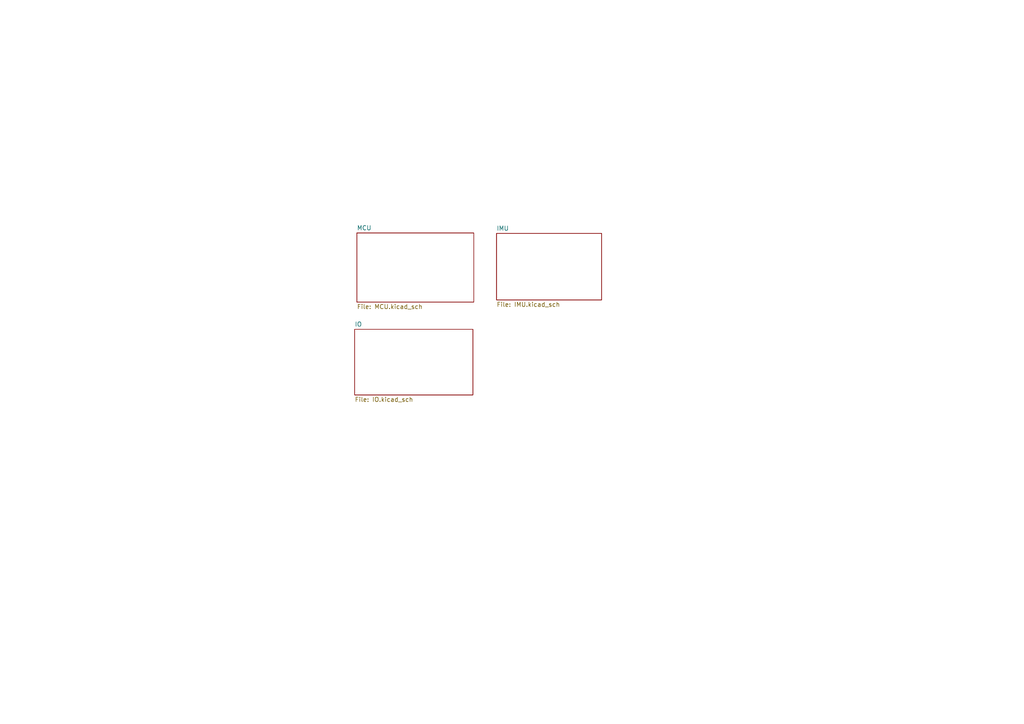
<source format=kicad_sch>
(kicad_sch (version 20211123) (generator eeschema)
  (paper "A4")
  (lib_symbols)
  (sheet (at 103.505 67.564) (size 33.909 20.066) (stroke (width 0.1524))
    (property "Sheet name" "MCU" (at 103.505 66.8524 0) (effects (justify left bottom)))
    (property "Sheet file" "MCU.kicad_sch" (at 103.505 88.2146 0) (effects (justify left top)))
  )
  (sheet (at 102.87 95.504) (size 34.29 19.05) (stroke (width 0.1524))
    (property "Sheet name" "IO" (at 102.87 94.7924 0) (effects (justify left bottom)))
    (property "Sheet file" "IO.kicad_sch" (at 102.87 115.1386 0) (effects (justify left top)))
  )
  (sheet (at 144.018 67.691) (size 30.48 19.304) (stroke (width 0.1524))
    (property "Sheet name" "IMU" (at 144.018 66.9794 0) (effects (justify left bottom)))
    (property "Sheet file" "IMU.kicad_sch" (at 144.018 87.5796 0) (effects (justify left top)))
  )
)
</source>
